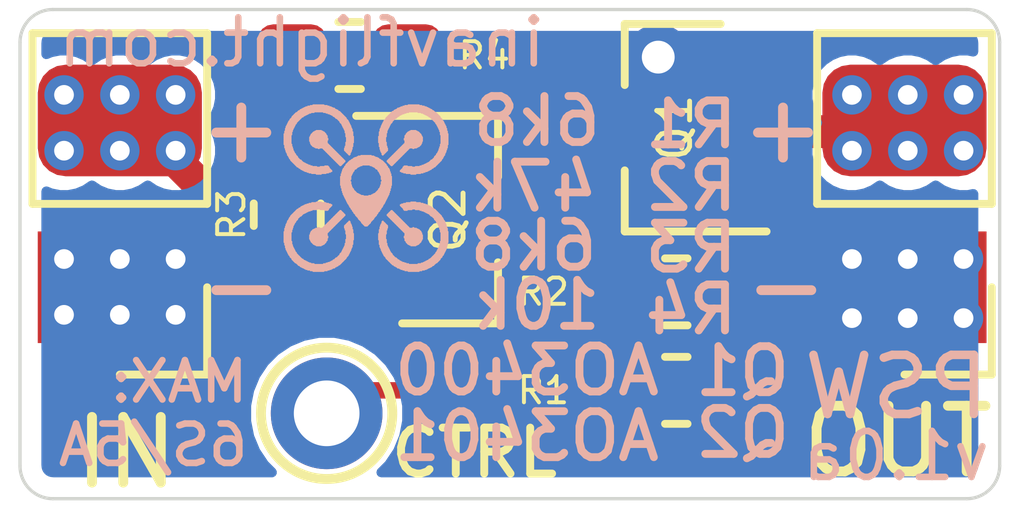
<source format=kicad_pcb>
(kicad_pcb (version 20171130) (host pcbnew "(5.1.0-0)")
  (layers (0 F.Cu signal) (31 B.Cu signal hide) (34 B.Paste user hide) (35 F.Paste user) (36 B.SilkS user hide) (37 F.SilkS user) (38 B.Mask user hide) (39 F.Mask user) (44 Edge.Cuts user))
  (net 0 "")
  (net 1 GND)
  (net 2 "Net-(J2-Pad1)")
  (net 3 "Net-(Q1-Pad3)")
  (net 4 "Net-(Q1-Pad1)")
  (net 5 "Net-(Q2-Pad1)")
  (net 6 /POWER_IN)
  (net 7 /POWER_OUT)
  (module PowerSwitch:PadHeader_1x01_P2.54mm (layer F.Cu) (at 151.65 78.85)
    (fp_text reference J2 hide)
    (fp_text value CTRL (at 2.25 0.6) (layer F.SilkS) (effects (font (size 0.7 0.7) (thickness 0.12))))
    (pad 1 thru_hole circle (at 0 0) (size 1.7 1.7) (drill 1) (layers *.Cu *.Mask) (net 2 "Net-(J2-Pad1)"))
  )
  (module PowerSwitch:LOGO_INAV (layer B.Cu) (at 153.5 74.15 180)
    (fp_text reference LOGO hide)
    (fp_text value "" (at 0 0 180) (layer B.SilkS) (effects (font (size 1.27 1.27)) (justify mirror)))
  )
  (module Package_TO_SOT_SMD:SOT-23 (layer F.Cu) (at 153.5 75.9)
    (fp_text reference Q2 (at 4.483334 3.25) (layer B.SilkS) (effects (font (size 0.7 0.7) (thickness 0.12)) (justify mirror)))
    (fp_text value AO3401 (at 1.2 3.3 180) (layer B.SilkS) (effects (font (size 0.7 0.7) (thickness 0.12)) (justify mirror)))
    (fp_text user %R (at 0 0 90) (layer F.SilkS) (effects (font (size 0.5 0.5) (thickness 0.075))))
    (pad 3 smd rect (at 1 0) (size 0.9 0.8) (layers F.Cu F.Paste F.Mask) (net 7 /POWER_OUT))
    (pad 2 smd rect (at -1 0.95) (size 0.9 0.8) (layers F.Cu F.Paste F.Mask) (net 6 /POWER_IN))
    (pad 1 smd rect (at -1 -0.95) (size 0.9 0.8) (layers F.Cu F.Paste F.Mask) (net 5 "Net-(Q2-Pad1)"))
  )
  (module Package_TO_SOT_SMD:SOT-23 (layer F.Cu) (at 156.95 74.5 180)
    (fp_text reference Q1 (at -1.033334 -3.70982 180) (layer B.SilkS) (effects (font (size 0.7 0.7) (thickness 0.12)) (justify mirror)))
    (fp_text value AO3400 (at 2.25 -3.7 180) (layer B.SilkS) (effects (font (size 0.7 0.7) (thickness 0.12)) (justify mirror)))
    (fp_text user %R (at 0 0 270) (layer F.SilkS) (effects (font (size 0.5 0.5) (thickness 0.075))))
    (pad 3 smd rect (at 1 0 180) (size 0.9 0.8) (layers F.Cu F.Paste F.Mask) (net 3 "Net-(Q1-Pad3)"))
    (pad 2 smd rect (at -1 0.95 180) (size 0.9 0.8) (layers F.Cu F.Paste F.Mask) (net 1 GND))
    (pad 1 smd rect (at -1 -0.95 180) (size 0.9 0.8) (layers F.Cu F.Paste F.Mask) (net 4 "Net-(Q1-Pad1)"))
  )
  (module PowerSwitch:PadHeader_1x02_P2.54mm (layer F.Cu) (at 160.45 76.93 180)
    (fp_text reference J3 hide)
    (fp_text value OUT (at 0.1 -2.35 180) (layer F.SilkS))
    (pad 2 smd roundrect (at 0 2.54 180) (size 2.5 1.7) (layers F.Cu F.Paste F.Mask) (net 7 /POWER_OUT))
    (pad 1 smd rect (at 0 0 180) (size 2.5 1.7) (layers F.Cu F.Paste F.Mask) (net 1 GND))
  )
  (module PowerSwitch:PadHeader_1x02_P2.54mm (layer F.Cu) (at 148.5 76.93 180)
    (fp_text reference J1 hide)
    (fp_text value IN (at -0.1 -2.52 180) (layer F.SilkS))
    (pad 2 smd roundrect (at 0 2.54 180) (size 2.5 1.7) (layers F.Cu F.Paste F.Mask) (net 6 /POWER_IN))
    (pad 1 smd rect (at 0 0 180) (size 2.5 1.7) (layers F.Cu F.Paste F.Mask) (net 1 GND))
  )
  (module Resistor_SMD:R_0603_1608Metric_Pad1.05x0.95mm_HandSolder (layer F.Cu) (at 152 73.4 180)
    (fp_text reference R4 (at -5.2 -3.86964 180) (layer B.SilkS) (effects (font (size 0.7 0.7) (thickness 0.12)) (justify mirror)))
    (fp_text value 10k (at -2.85 -3.8 180) (layer B.SilkS) (effects (font (size 0.7 0.7) (thickness 0.12)) (justify mirror)))
    (fp_text user %R (at -2.05 0 180) (layer F.SilkS) (effects (font (size 0.4 0.4) (thickness 0.06))))
    (pad 2 smd roundrect (at 0.875 0 180) (size 1.05 0.95) (layers F.Cu F.Paste F.Mask) (net 5 "Net-(Q2-Pad1)"))
    (pad 1 smd roundrect (at -0.875 0 180) (size 1.05 0.95) (layers F.Cu F.Paste F.Mask) (net 3 "Net-(Q1-Pad3)"))
  )
  (module Resistor_SMD:R_0603_1608Metric_Pad1.05x0.95mm_HandSolder (layer F.Cu) (at 151.05 75.825 270)
    (fp_text reference R3 (at 0.50446 -6.15) (layer B.SilkS) (effects (font (size 0.7 0.7) (thickness 0.12)) (justify mirror)))
    (fp_text value 6k8 (at 0.475 -3.75 180) (layer B.SilkS) (effects (font (size 0.7 0.7) (thickness 0.12)) (justify mirror)))
    (fp_text user %R (at 0 0.85 270) (layer F.SilkS) (effects (font (size 0.4 0.4) (thickness 0.06))))
    (pad 2 smd roundrect (at 0.875 0 270) (size 1.05 0.95) (layers F.Cu F.Paste F.Mask) (net 6 /POWER_IN))
    (pad 1 smd roundrect (at -0.875 0 270) (size 1.05 0.95) (layers F.Cu F.Paste F.Mask) (net 5 "Net-(Q2-Pad1)"))
  )
  (module Resistor_SMD:R_0603_1608Metric_Pad1.05x0.95mm_HandSolder (layer F.Cu) (at 156.975 77 180)
    (fp_text reference R2 (at -0.225 1.61072 180) (layer B.SilkS) (effects (font (size 0.7 0.7) (thickness 0.12)) (justify mirror)))
    (fp_text value 47k (at 2.175 1.6 180) (layer B.SilkS) (effects (font (size 0.7 0.7) (thickness 0.12)) (justify mirror)))
    (fp_text user %R (at 2.025 0 180) (layer F.SilkS) (effects (font (size 0.4 0.4) (thickness 0.06))))
    (pad 2 smd roundrect (at 0.875 0 180) (size 1.05 0.95) (layers F.Cu F.Paste F.Mask) (net 2 "Net-(J2-Pad1)"))
    (pad 1 smd roundrect (at -0.875 0 180) (size 1.05 0.95) (layers F.Cu F.Paste F.Mask) (net 4 "Net-(Q1-Pad1)"))
  )
  (module Resistor_SMD:R_0603_1608Metric_Pad1.05x0.95mm_HandSolder (layer F.Cu) (at 156.975 78.5 180)
    (fp_text reference R1 (at -0.225 4.05 180) (layer B.SilkS) (effects (font (size 0.67 0.7) (thickness 0.12)) (justify mirror)))
    (fp_text value 6k8 (at 2.125 4.1 180) (layer B.SilkS) (effects (font (size 0.7 0.7) (thickness 0.12)) (justify mirror)))
    (fp_text user %R (at 2.025 0 180) (layer F.SilkS) (effects (font (size 0.4 0.4) (thickness 0.06))))
    (pad 2 smd roundrect (at 0.875 0 180) (size 1.05 0.95) (layers F.Cu F.Paste F.Mask) (net 2 "Net-(J2-Pad1)"))
    (pad 1 smd roundrect (at -0.875 0 180) (size 1.05 0.95) (layers F.Cu F.Paste F.Mask) (net 1 GND))
  )
  (gr_text "MAX:\n6S/5A" (at 150.5 78.85) (layer B.SilkS) (effects (font (size 0.6 0.6) (thickness 0.1)) (justify left mirror)))
  (gr_text v1.0a (at 160.319762 79.5) (layer B.SilkS) (effects (font (size 0.7 0.7) (thickness 0.1)) (justify mirror)))
  (gr_text PSW (at 160.328572 78.45) (layer B.SilkS) (effects (font (size 0.9 0.9) (thickness 0.13)) (justify mirror)))
  (gr_text inavflight.com (at 151.270715 73.2) (layer B.SilkS) (effects (font (size 0.7 0.7) (thickness 0.1)) (justify mirror)))
  (gr_arc (start 147.48 73.2) (end 147.48 72.7) (angle -90) (layer Edge.Cuts) (width 0.05))
  (gr_arc (start 147.48 79.65) (end 146.98 79.65) (angle -90) (layer Edge.Cuts) (width 0.05))
  (gr_arc (start 161.4 79.65) (end 161.4 80.15) (angle -90) (layer Edge.Cuts) (width 0.05))
  (gr_arc (start 161.4 73.2) (end 161.9 73.2) (angle -90) (layer Edge.Cuts) (width 0.05))
  (gr_text - (at 158.65 76.9) (layer B.SilkS) (effects (font (size 1 1)) (justify mirror)))
  (gr_text - (at 150.35 76.9) (layer B.SilkS) (effects (font (size 1 1)) (justify mirror)))
  (gr_text + (at 150.35 74.5) (layer B.SilkS) (effects (font (size 1 1)) (justify mirror)))
  (gr_text + (at 158.6 74.5) (layer B.SilkS) (effects (font (size 1 1)) (justify mirror)))
  (gr_line (start 161.4 72.7) (end 147.48 72.7) (layer Edge.Cuts) (width 0.05))
  (gr_line (start 161.9 79.65) (end 161.9 73.2) (layer Edge.Cuts) (width 0.05))
  (gr_line (start 147.48 80.15) (end 161.4 80.15) (layer Edge.Cuts) (width 0.05))
  (gr_line (start 146.98 73.2) (end 146.98 79.65) (layer Edge.Cuts) (width 0.05))
  (via (at 156.7 73.425) (size 1) (drill 0.5) (layers F.Cu B.Cu) (net 1))
  (segment (start 156.825 73.55) (end 156.7 73.425) (width 0.35) (layer F.Cu) (net 1))
  (segment (start 157.95 73.55) (end 156.825 73.55) (width 0.35) (layer F.Cu) (net 1))
  (via (at 159.65 76.5) (size 0.6) (drill 0.3) (layers F.Cu B.Cu) (net 1))
  (via (at 160.5 76.5) (size 0.6) (drill 0.3) (layers F.Cu B.Cu) (net 1))
  (via (at 161.35 76.5) (size 0.6) (drill 0.3) (layers F.Cu B.Cu) (net 1))
  (via (at 159.65 77.4) (size 0.6) (drill 0.3) (layers F.Cu B.Cu) (net 1))
  (via (at 160.5 77.4) (size 0.6) (drill 0.3) (layers F.Cu B.Cu) (net 1))
  (via (at 161.35 77.4) (size 0.6) (drill 0.3) (layers F.Cu B.Cu) (net 1))
  (via (at 148.5 76.5) (size 0.6) (drill 0.3) (layers F.Cu B.Cu) (net 1))
  (via (at 149.35 77.35) (size 0.6) (drill 0.3) (layers F.Cu B.Cu) (net 1))
  (via (at 148.5 77.35) (size 0.6) (drill 0.3) (layers F.Cu B.Cu) (net 1))
  (via (at 149.35 76.5) (size 0.6) (drill 0.3) (layers F.Cu B.Cu) (net 1))
  (via (at 147.65 77.35) (size 0.6) (drill 0.3) (layers F.Cu B.Cu) (net 1))
  (via (at 147.65 76.5) (size 0.6) (drill 0.3) (layers F.Cu B.Cu) (net 1))
  (segment (start 158.93 78.5) (end 160.5 76.93) (width 0.5) (layer F.Cu) (net 1))
  (segment (start 157.85 78.5) (end 158.93 78.5) (width 0.5) (layer F.Cu) (net 1))
  (via (at 147.65 74.85) (size 0.6) (drill 0.3) (layers F.Cu B.Cu) (net 6))
  (via (at 149.35 74.85) (size 0.6) (drill 0.3) (layers F.Cu B.Cu) (net 6))
  (via (at 148.5 74.85) (size 0.6) (drill 0.3) (layers F.Cu B.Cu) (net 6))
  (via (at 149.35 74) (size 0.6) (drill 0.3) (layers F.Cu B.Cu) (net 6))
  (via (at 148.5 74) (size 0.6) (drill 0.3) (layers F.Cu B.Cu) (net 6))
  (via (at 147.65 74) (size 0.6) (drill 0.3) (layers F.Cu B.Cu) (net 6))
  (segment (start 156.1 77.575) (end 156.1 78.39999) (width 0.25) (layer F.Cu) (net 2))
  (segment (start 156.1 77) (end 156.1 77.575) (width 0.25) (layer F.Cu) (net 2))
  (segment (start 155.95 78.65) (end 156.1 78.5) (width 0.25) (layer F.Cu) (net 2))
  (segment (start 152 78.5) (end 151.65 78.85) (width 0.25) (layer F.Cu) (net 2))
  (segment (start 156.1 78.5) (end 152 78.5) (width 0.25) (layer F.Cu) (net 2))
  (segment (start 155.95 73.85) (end 155.95 74.5) (width 0.25) (layer F.Cu) (net 3))
  (segment (start 155.5 73.4) (end 155.95 73.85) (width 0.25) (layer F.Cu) (net 3))
  (segment (start 152.875 73.4) (end 155.5 73.4) (width 0.25) (layer F.Cu) (net 3))
  (segment (start 157.95 76.9) (end 157.85 77) (width 0.25) (layer F.Cu) (net 4))
  (segment (start 157.95 75.45) (end 157.95 76.9) (width 0.25) (layer F.Cu) (net 4))
  (segment (start 151.05 73.475) (end 151.125 73.4) (width 0.25) (layer F.Cu) (net 5))
  (segment (start 151.05 74.95) (end 151.05 73.475) (width 0.25) (layer F.Cu) (net 5))
  (segment (start 152.5 74.95) (end 151.05 74.95) (width 0.25) (layer F.Cu) (net 5))
  (segment (start 151.2 76.85) (end 151.05 76.7) (width 0.5) (layer F.Cu) (net 6))
  (segment (start 152.5 76.85) (end 151.2 76.85) (width 0.5) (layer F.Cu) (net 6))
  (segment (start 148.74 74.39) (end 148.5 74.39) (width 0.5) (layer F.Cu) (net 6))
  (segment (start 151.05 76.7) (end 148.74 74.39) (width 0.5) (layer F.Cu) (net 6))
  (via (at 161.35 74.85) (size 0.6) (drill 0.3) (layers F.Cu B.Cu) (net 7))
  (via (at 160.5 74) (size 0.6) (drill 0.3) (layers F.Cu B.Cu) (net 7))
  (via (at 159.65 74.85) (size 0.6) (drill 0.3) (layers F.Cu B.Cu) (net 7))
  (via (at 161.35 74) (size 0.6) (drill 0.3) (layers F.Cu B.Cu) (net 7))
  (via (at 160.5 74.85) (size 0.6) (drill 0.3) (layers F.Cu B.Cu) (net 7))
  (via (at 159.65 74) (size 0.6) (drill 0.3) (layers F.Cu B.Cu) (net 7))
  (segment (start 159.15 74.56) (end 160.5 74.56) (width 0.5) (layer F.Cu) (net 7))
  (segment (start 157.179998 74.56) (end 159.15 74.56) (width 0.5) (layer F.Cu) (net 7))
  (segment (start 157.049999 74.689999) (end 157.179998 74.56) (width 0.5) (layer F.Cu) (net 7))
  (segment (start 157.049999 75.200001) (end 157.049999 74.689999) (width 0.5) (layer F.Cu) (net 7))
  (segment (start 156.35 75.9) (end 157.049999 75.200001) (width 0.5) (layer F.Cu) (net 7))
  (segment (start 154.5 75.9) (end 156.35 75.9) (width 0.5) (layer F.Cu) (net 7))
  (zone (net 1) (net_name GND) (layer B.Cu) (connect_pads (clearance 0.3)) (min_thickness 0.15) (fill yes (arc_segments 32) (thermal_gap 0.508) (thermal_bridge_width 0.508))
    (polygon (pts (xy 161.9 79.429361) (xy 161.905011 80.099124) (xy 161.9 80.099158) (xy 161.9 80.1) (xy 161.657319 80.100814) (xy 146.99499 80.200877) (xy 146.94 72.884677) (xy 161.9 72.696279)))
  )
)
</source>
